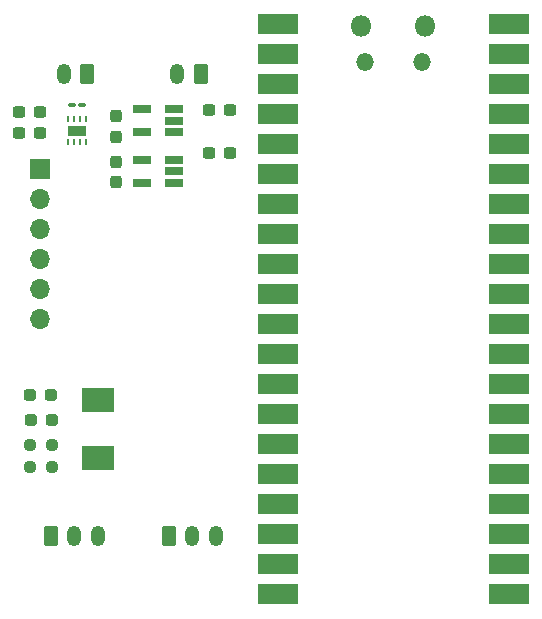
<source format=gts>
%TF.GenerationSoftware,KiCad,Pcbnew,(6.0.1)*%
%TF.CreationDate,2022-08-20T19:26:56-07:00*%
%TF.ProjectId,frame_board,6672616d-655f-4626-9f61-72642e6b6963,rev?*%
%TF.SameCoordinates,Original*%
%TF.FileFunction,Soldermask,Top*%
%TF.FilePolarity,Negative*%
%FSLAX46Y46*%
G04 Gerber Fmt 4.6, Leading zero omitted, Abs format (unit mm)*
G04 Created by KiCad (PCBNEW (6.0.1)) date 2022-08-20 19:26:56*
%MOMM*%
%LPD*%
G01*
G04 APERTURE LIST*
G04 Aperture macros list*
%AMRoundRect*
0 Rectangle with rounded corners*
0 $1 Rounding radius*
0 $2 $3 $4 $5 $6 $7 $8 $9 X,Y pos of 4 corners*
0 Add a 4 corners polygon primitive as box body*
4,1,4,$2,$3,$4,$5,$6,$7,$8,$9,$2,$3,0*
0 Add four circle primitives for the rounded corners*
1,1,$1+$1,$2,$3*
1,1,$1+$1,$4,$5*
1,1,$1+$1,$6,$7*
1,1,$1+$1,$8,$9*
0 Add four rect primitives between the rounded corners*
20,1,$1+$1,$2,$3,$4,$5,0*
20,1,$1+$1,$4,$5,$6,$7,0*
20,1,$1+$1,$6,$7,$8,$9,0*
20,1,$1+$1,$8,$9,$2,$3,0*%
G04 Aperture macros list end*
%ADD10R,0.250000X0.500000*%
%ADD11R,1.600000X0.900000*%
%ADD12R,3.500000X1.700000*%
%ADD13O,1.800000X1.800000*%
%ADD14O,1.500000X1.500000*%
%ADD15RoundRect,0.250000X-0.350000X-0.625000X0.350000X-0.625000X0.350000X0.625000X-0.350000X0.625000X0*%
%ADD16O,1.200000X1.750000*%
%ADD17RoundRect,0.237500X-0.250000X-0.237500X0.250000X-0.237500X0.250000X0.237500X-0.250000X0.237500X0*%
%ADD18RoundRect,0.237500X0.287500X0.237500X-0.287500X0.237500X-0.287500X-0.237500X0.287500X-0.237500X0*%
%ADD19R,1.560000X0.650000*%
%ADD20RoundRect,0.100000X-0.217500X-0.100000X0.217500X-0.100000X0.217500X0.100000X-0.217500X0.100000X0*%
%ADD21R,2.800000X2.150000*%
%ADD22RoundRect,0.237500X-0.300000X-0.237500X0.300000X-0.237500X0.300000X0.237500X-0.300000X0.237500X0*%
%ADD23RoundRect,0.237500X-0.237500X0.300000X-0.237500X-0.300000X0.237500X-0.300000X0.237500X0.300000X0*%
%ADD24RoundRect,0.237500X0.300000X0.237500X-0.300000X0.237500X-0.300000X-0.237500X0.300000X-0.237500X0*%
%ADD25RoundRect,0.250000X0.350000X0.625000X-0.350000X0.625000X-0.350000X-0.625000X0.350000X-0.625000X0*%
%ADD26R,1.700000X1.700000*%
%ADD27O,1.700000X1.700000*%
G04 APERTURE END LIST*
D10*
X159662458Y-104850000D03*
X159162458Y-104850000D03*
X158662458Y-104850000D03*
X158162458Y-104850000D03*
X158162458Y-106750000D03*
X158662458Y-106750000D03*
X159162458Y-106750000D03*
X159662458Y-106750000D03*
D11*
X158912458Y-105800000D03*
D12*
X195490000Y-96795000D03*
X195490000Y-99335000D03*
X195490000Y-101875000D03*
X195490000Y-104415000D03*
X195490000Y-106955000D03*
X195490000Y-109495000D03*
X195490000Y-112035000D03*
X195490000Y-114575000D03*
X195490000Y-117115000D03*
X195490000Y-119655000D03*
X195490000Y-122195000D03*
X195490000Y-124735000D03*
X195490000Y-127275000D03*
X195490000Y-129815000D03*
X195490000Y-132355000D03*
X195490000Y-134895000D03*
X195490000Y-137435000D03*
X195490000Y-139975000D03*
X195490000Y-142515000D03*
X195490000Y-145055000D03*
X175910000Y-145055000D03*
X175910000Y-142515000D03*
X175910000Y-139975000D03*
X175910000Y-137435000D03*
X175910000Y-134895000D03*
X175910000Y-132355000D03*
X175910000Y-129815000D03*
X175910000Y-127275000D03*
X175910000Y-124735000D03*
X175910000Y-122195000D03*
X175910000Y-119655000D03*
X175910000Y-117115000D03*
X175910000Y-114575000D03*
X175910000Y-112035000D03*
X175910000Y-109495000D03*
X175910000Y-106955000D03*
X175910000Y-104415000D03*
X175910000Y-101875000D03*
X175910000Y-99335000D03*
X175910000Y-96795000D03*
D13*
X182975000Y-96925000D03*
D14*
X188125000Y-99955000D03*
X183275000Y-99955000D03*
D13*
X188425000Y-96925000D03*
D15*
X166700000Y-140100000D03*
D16*
X168700000Y-140100000D03*
X170700000Y-140100000D03*
D17*
X154975000Y-134300000D03*
X156800000Y-134300000D03*
X154987500Y-132400000D03*
X156812500Y-132400000D03*
D18*
X156700000Y-128200000D03*
X154950000Y-128200000D03*
X156800000Y-130300000D03*
X155050000Y-130300000D03*
D19*
X167125000Y-105900000D03*
X167125000Y-104950000D03*
X167125000Y-104000000D03*
X164425000Y-104000000D03*
X164425000Y-105900000D03*
X164425000Y-110200000D03*
X164425000Y-108300000D03*
X167125000Y-108300000D03*
X167125000Y-109250000D03*
X167125000Y-110200000D03*
D20*
X158497458Y-103600000D03*
X159312458Y-103600000D03*
D21*
X160700000Y-128645000D03*
X160700000Y-133555000D03*
D22*
X155762500Y-106000000D03*
X154037500Y-106000000D03*
D23*
X162200000Y-104600000D03*
X162200000Y-106325000D03*
D24*
X171862500Y-107700000D03*
X170137500Y-107700000D03*
D22*
X154037500Y-104200000D03*
X155762500Y-104200000D03*
D23*
X162200000Y-108437500D03*
X162200000Y-110162500D03*
D24*
X171862500Y-104100000D03*
X170137500Y-104100000D03*
D25*
X169425000Y-101050000D03*
D16*
X167425000Y-101050000D03*
D15*
X156700000Y-140100000D03*
D16*
X158700000Y-140100000D03*
X160700000Y-140100000D03*
D26*
X155825000Y-109075000D03*
D27*
X155825000Y-111615000D03*
X155825000Y-114155000D03*
X155825000Y-116695000D03*
X155825000Y-119235000D03*
X155825000Y-121775000D03*
D25*
X159812458Y-101050000D03*
D16*
X157812458Y-101050000D03*
M02*

</source>
